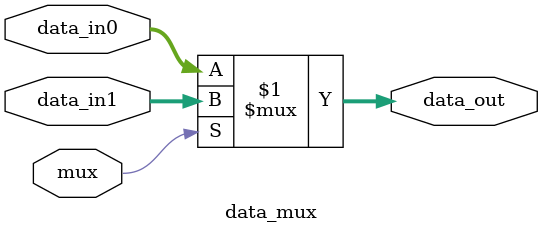
<source format=v>
module data_mux (
    input wire [31:0]data_in1,
    input wire [31:0]data_in0,
    input wire mux,
    output wire [31:0] data_out
);
    
assign data_out = mux ? data_in1 : data_in0;



endmodule

</source>
